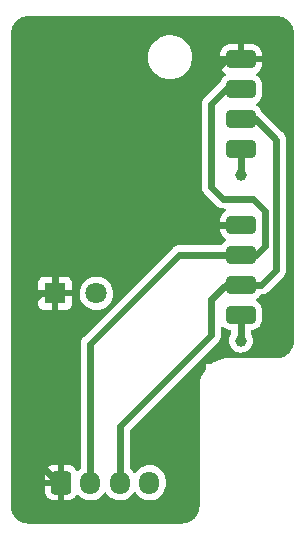
<source format=gbr>
%TF.GenerationSoftware,KiCad,Pcbnew,(6.0.4)*%
%TF.CreationDate,2022-04-07T16:53:33-04:00*%
%TF.ProjectId,larson_vu_pcb,6c617273-6f6e-45f7-9675-5f7063622e6b,rev?*%
%TF.SameCoordinates,Original*%
%TF.FileFunction,Copper,L1,Top*%
%TF.FilePolarity,Positive*%
%FSLAX46Y46*%
G04 Gerber Fmt 4.6, Leading zero omitted, Abs format (unit mm)*
G04 Created by KiCad (PCBNEW (6.0.4)) date 2022-04-07 16:53:33*
%MOMM*%
%LPD*%
G01*
G04 APERTURE LIST*
G04 Aperture macros list*
%AMRoundRect*
0 Rectangle with rounded corners*
0 $1 Rounding radius*
0 $2 $3 $4 $5 $6 $7 $8 $9 X,Y pos of 4 corners*
0 Add a 4 corners polygon primitive as box body*
4,1,4,$2,$3,$4,$5,$6,$7,$8,$9,$2,$3,0*
0 Add four circle primitives for the rounded corners*
1,1,$1+$1,$2,$3*
1,1,$1+$1,$4,$5*
1,1,$1+$1,$6,$7*
1,1,$1+$1,$8,$9*
0 Add four rect primitives between the rounded corners*
20,1,$1+$1,$2,$3,$4,$5,0*
20,1,$1+$1,$4,$5,$6,$7,0*
20,1,$1+$1,$6,$7,$8,$9,0*
20,1,$1+$1,$8,$9,$2,$3,0*%
G04 Aperture macros list end*
%TA.AperFunction,ComponentPad*%
%ADD10R,1.800000X1.800000*%
%TD*%
%TA.AperFunction,ComponentPad*%
%ADD11C,1.800000*%
%TD*%
%TA.AperFunction,ConnectorPad*%
%ADD12RoundRect,0.381000X-0.889000X-0.381000X0.889000X-0.381000X0.889000X0.381000X-0.889000X0.381000X0*%
%TD*%
%TA.AperFunction,ComponentPad*%
%ADD13RoundRect,0.250000X-0.600000X-0.725000X0.600000X-0.725000X0.600000X0.725000X-0.600000X0.725000X0*%
%TD*%
%TA.AperFunction,ComponentPad*%
%ADD14O,1.700000X1.950000*%
%TD*%
%TA.AperFunction,ViaPad*%
%ADD15C,1.000000*%
%TD*%
%TA.AperFunction,Conductor*%
%ADD16C,0.600000*%
%TD*%
G04 APERTURE END LIST*
D10*
%TO.P,C1,1*%
%TO.N,5V*%
X64250000Y-79000000D03*
D11*
%TO.P,C1,2*%
%TO.N,GND*%
X67750000Y-79000000D03*
%TD*%
D12*
%TO.P,J3,1,Pin_1*%
%TO.N,5V*%
X80000000Y-59190000D03*
%TO.P,J3,2,Pin_2*%
%TO.N,CLK*%
X80000000Y-61730000D03*
%TO.P,J3,3,Pin_3*%
%TO.N,DATA*%
X80000000Y-64270000D03*
%TO.P,J3,4,Pin_4*%
%TO.N,GND*%
X80000000Y-66810000D03*
%TD*%
%TO.P,J2,1,Pin_1*%
%TO.N,5V*%
X80000000Y-73190000D03*
%TO.P,J2,2,Pin_2*%
%TO.N,CLK*%
X80000000Y-75730000D03*
%TO.P,J2,3,Pin_3*%
%TO.N,DATA*%
X80000000Y-78270000D03*
%TO.P,J2,4,Pin_4*%
%TO.N,GND*%
X80000000Y-80810000D03*
%TD*%
D13*
%TO.P,J1,1,Pin_1*%
%TO.N,5V*%
X64750000Y-95025000D03*
D14*
%TO.P,J1,2,Pin_2*%
%TO.N,CLK*%
X67250000Y-95025000D03*
%TO.P,J1,3,Pin_3*%
%TO.N,DATA*%
X69750000Y-95025000D03*
%TO.P,J1,4,Pin_4*%
%TO.N,GND*%
X72250000Y-95025000D03*
%TD*%
D15*
%TO.N,GND*%
X80000000Y-69000000D03*
X80000000Y-83000000D03*
%TD*%
D16*
%TO.N,5V*%
X78810000Y-59190000D02*
X80000000Y-59190000D01*
X64250000Y-73750000D02*
X78810000Y-59190000D01*
X64250000Y-75750000D02*
X64250000Y-73750000D01*
%TO.N,DATA*%
X83000000Y-66000000D02*
X81270000Y-64270000D01*
X83000000Y-77000000D02*
X83000000Y-66000000D01*
X81730000Y-78270000D02*
X83000000Y-77000000D01*
X80000000Y-78270000D02*
X81730000Y-78270000D01*
X81270000Y-64270000D02*
X80000000Y-64270000D01*
%TO.N,CLK*%
X78770000Y-61730000D02*
X80000000Y-61730000D01*
X77500000Y-63000000D02*
X78770000Y-61730000D01*
X77500000Y-70000000D02*
X77500000Y-63000000D01*
X81000000Y-71000000D02*
X78500000Y-71000000D01*
X82000000Y-72000000D02*
X81000000Y-71000000D01*
X78500000Y-71000000D02*
X77500000Y-70000000D01*
X82000000Y-75000000D02*
X82000000Y-72000000D01*
X81270000Y-75730000D02*
X82000000Y-75000000D01*
X80000000Y-75730000D02*
X81270000Y-75730000D01*
X74770000Y-75730000D02*
X80000000Y-75730000D01*
X67250000Y-83250000D02*
X74770000Y-75730000D01*
X67250000Y-95025000D02*
X67250000Y-83250000D01*
%TO.N,DATA*%
X78730000Y-78270000D02*
X80000000Y-78270000D01*
X77500000Y-82500000D02*
X77500000Y-79500000D01*
X77500000Y-79500000D02*
X78730000Y-78270000D01*
X69750000Y-95025000D02*
X69750000Y-90250000D01*
X69750000Y-90250000D02*
X77500000Y-82500000D01*
%TO.N,5V*%
X66810000Y-73190000D02*
X80000000Y-73190000D01*
X64250000Y-75750000D02*
X66810000Y-73190000D01*
X64250000Y-79000000D02*
X64250000Y-75750000D01*
X64525000Y-95025000D02*
X64750000Y-95025000D01*
X61500000Y-80500000D02*
X61500000Y-92000000D01*
X61500000Y-92000000D02*
X64525000Y-95025000D01*
X63000000Y-79000000D02*
X61500000Y-80500000D01*
X64250000Y-79000000D02*
X63000000Y-79000000D01*
%TO.N,GND*%
X80000000Y-66810000D02*
X80000000Y-69000000D01*
X80000000Y-80810000D02*
X80000000Y-83000000D01*
%TD*%
%TA.AperFunction,Conductor*%
%TO.N,5V*%
G36*
X82970018Y-55510000D02*
G01*
X82984851Y-55512310D01*
X82984855Y-55512310D01*
X82993724Y-55513691D01*
X83008981Y-55511696D01*
X83034302Y-55510953D01*
X83203285Y-55523039D01*
X83221064Y-55525596D01*
X83411392Y-55566999D01*
X83428641Y-55572063D01*
X83611150Y-55640136D01*
X83627502Y-55647604D01*
X83798458Y-55740952D01*
X83813582Y-55750672D01*
X83969514Y-55867402D01*
X83983100Y-55879175D01*
X84120825Y-56016900D01*
X84132598Y-56030486D01*
X84249328Y-56186418D01*
X84259048Y-56201542D01*
X84352396Y-56372498D01*
X84359864Y-56388850D01*
X84427937Y-56571359D01*
X84433001Y-56588607D01*
X84474404Y-56778936D01*
X84476962Y-56796721D01*
X84488540Y-56958601D01*
X84487793Y-56976565D01*
X84487692Y-56984845D01*
X84486309Y-56993724D01*
X84487474Y-57002630D01*
X84490436Y-57025283D01*
X84491500Y-57041621D01*
X84491500Y-82950633D01*
X84490000Y-82970018D01*
X84487690Y-82984851D01*
X84487690Y-82984855D01*
X84486309Y-82993724D01*
X84488217Y-83008313D01*
X84488304Y-83008976D01*
X84489047Y-83034302D01*
X84477285Y-83198769D01*
X84476962Y-83203279D01*
X84474404Y-83221064D01*
X84448378Y-83340707D01*
X84433001Y-83411392D01*
X84427937Y-83428641D01*
X84359864Y-83611150D01*
X84352396Y-83627502D01*
X84259048Y-83798458D01*
X84249328Y-83813582D01*
X84132598Y-83969514D01*
X84120825Y-83983100D01*
X83983100Y-84120825D01*
X83969514Y-84132598D01*
X83813582Y-84249328D01*
X83798458Y-84259048D01*
X83627502Y-84352396D01*
X83611150Y-84359864D01*
X83428641Y-84427937D01*
X83411393Y-84433001D01*
X83221064Y-84474404D01*
X83203285Y-84476961D01*
X83041395Y-84488540D01*
X83023435Y-84487793D01*
X83015155Y-84487692D01*
X83006276Y-84486309D01*
X82974714Y-84490436D01*
X82958379Y-84491500D01*
X79053250Y-84491500D01*
X79032345Y-84489754D01*
X79017344Y-84487230D01*
X79017341Y-84487230D01*
X79012552Y-84486424D01*
X79006276Y-84486347D01*
X79004859Y-84486330D01*
X79004856Y-84486330D01*
X79000000Y-84486271D01*
X78995190Y-84486960D01*
X78992763Y-84487118D01*
X78987067Y-84487697D01*
X78700878Y-84505008D01*
X78700873Y-84505009D01*
X78697081Y-84505238D01*
X78398579Y-84559941D01*
X78108848Y-84650225D01*
X78105378Y-84651787D01*
X78105372Y-84651789D01*
X77970479Y-84712500D01*
X77832111Y-84774774D01*
X77828854Y-84776743D01*
X77828850Y-84776745D01*
X77749906Y-84824469D01*
X77572405Y-84931772D01*
X77569403Y-84934124D01*
X77569400Y-84934126D01*
X77519545Y-84973185D01*
X77453586Y-84999451D01*
X77441839Y-85000000D01*
X77000000Y-85000000D01*
X77000000Y-85441839D01*
X76979998Y-85509960D01*
X76973185Y-85519545D01*
X76931772Y-85572405D01*
X76774774Y-85832111D01*
X76650225Y-86108848D01*
X76559941Y-86398579D01*
X76505238Y-86697081D01*
X76505009Y-86700871D01*
X76505008Y-86700877D01*
X76488279Y-86977454D01*
X76487718Y-86982655D01*
X76487711Y-86983272D01*
X76487875Y-86983669D01*
X76486309Y-86993724D01*
X76486983Y-86998878D01*
X76486915Y-87000000D01*
X76487130Y-87000000D01*
X76488122Y-87007587D01*
X76490436Y-87025283D01*
X76491500Y-87041620D01*
X76491500Y-96950633D01*
X76490000Y-96970018D01*
X76487690Y-96984851D01*
X76487690Y-96984855D01*
X76486309Y-96993724D01*
X76488136Y-97007693D01*
X76488304Y-97008976D01*
X76489047Y-97034305D01*
X76476962Y-97203279D01*
X76474404Y-97221064D01*
X76456598Y-97302919D01*
X76433001Y-97411392D01*
X76427937Y-97428641D01*
X76359864Y-97611150D01*
X76352396Y-97627502D01*
X76259048Y-97798458D01*
X76249328Y-97813582D01*
X76132598Y-97969514D01*
X76120825Y-97983100D01*
X75983100Y-98120825D01*
X75969514Y-98132598D01*
X75813582Y-98249328D01*
X75798458Y-98259048D01*
X75627502Y-98352396D01*
X75611150Y-98359864D01*
X75428641Y-98427937D01*
X75411393Y-98433001D01*
X75221064Y-98474404D01*
X75203285Y-98476961D01*
X75041395Y-98488540D01*
X75023435Y-98487793D01*
X75015155Y-98487692D01*
X75006276Y-98486309D01*
X74974714Y-98490436D01*
X74958379Y-98491500D01*
X62049367Y-98491500D01*
X62029982Y-98490000D01*
X62015149Y-98487690D01*
X62015145Y-98487690D01*
X62006276Y-98486309D01*
X61991019Y-98488304D01*
X61965698Y-98489047D01*
X61796715Y-98476961D01*
X61778936Y-98474404D01*
X61588607Y-98433001D01*
X61571359Y-98427937D01*
X61388850Y-98359864D01*
X61372498Y-98352396D01*
X61201542Y-98259048D01*
X61186418Y-98249328D01*
X61030486Y-98132598D01*
X61016900Y-98120825D01*
X60879175Y-97983100D01*
X60867402Y-97969514D01*
X60750672Y-97813582D01*
X60740952Y-97798458D01*
X60647604Y-97627502D01*
X60640136Y-97611150D01*
X60572063Y-97428641D01*
X60566999Y-97411392D01*
X60543402Y-97302919D01*
X60525596Y-97221064D01*
X60523038Y-97203278D01*
X60511719Y-97045012D01*
X60512805Y-97022245D01*
X60512334Y-97022203D01*
X60512770Y-97017345D01*
X60513576Y-97012552D01*
X60513729Y-97000000D01*
X60509773Y-96972376D01*
X60508500Y-96954514D01*
X60508500Y-95797095D01*
X63392001Y-95797095D01*
X63392338Y-95803614D01*
X63402257Y-95899206D01*
X63405149Y-95912600D01*
X63456588Y-96066784D01*
X63462761Y-96079962D01*
X63548063Y-96217807D01*
X63557099Y-96229208D01*
X63671829Y-96343739D01*
X63683240Y-96352751D01*
X63821243Y-96437816D01*
X63834424Y-96443963D01*
X63988710Y-96495138D01*
X64002086Y-96498005D01*
X64096438Y-96507672D01*
X64102854Y-96508000D01*
X64477885Y-96508000D01*
X64493124Y-96503525D01*
X64494329Y-96502135D01*
X64496000Y-96494452D01*
X64496000Y-96489884D01*
X65004000Y-96489884D01*
X65008475Y-96505123D01*
X65009865Y-96506328D01*
X65017548Y-96507999D01*
X65397095Y-96507999D01*
X65403614Y-96507662D01*
X65499206Y-96497743D01*
X65512600Y-96494851D01*
X65666784Y-96443412D01*
X65679962Y-96437239D01*
X65817807Y-96351937D01*
X65829208Y-96342901D01*
X65943739Y-96228171D01*
X65952753Y-96216757D01*
X66038723Y-96077287D01*
X66091495Y-96029793D01*
X66161566Y-96018369D01*
X66226690Y-96046643D01*
X66237149Y-96056426D01*
X66346576Y-96171135D01*
X66531542Y-96308754D01*
X66536293Y-96311170D01*
X66536297Y-96311172D01*
X66598704Y-96342901D01*
X66737051Y-96413240D01*
X66742145Y-96414822D01*
X66742148Y-96414823D01*
X66942020Y-96476885D01*
X66957227Y-96481607D01*
X66962516Y-96482308D01*
X67180489Y-96511198D01*
X67180494Y-96511198D01*
X67185774Y-96511898D01*
X67191103Y-96511698D01*
X67191105Y-96511698D01*
X67300966Y-96507574D01*
X67416158Y-96503249D01*
X67421468Y-96502135D01*
X67636572Y-96457002D01*
X67641791Y-96455907D01*
X67646750Y-96453949D01*
X67646752Y-96453948D01*
X67851256Y-96373185D01*
X67851258Y-96373184D01*
X67856221Y-96371224D01*
X67955184Y-96311172D01*
X68048757Y-96254390D01*
X68048756Y-96254390D01*
X68053317Y-96251623D01*
X68093497Y-96216757D01*
X68223412Y-96104023D01*
X68223414Y-96104021D01*
X68227445Y-96100523D01*
X68294807Y-96018369D01*
X68370240Y-95926373D01*
X68370244Y-95926367D01*
X68373624Y-95922245D01*
X68391552Y-95890750D01*
X68442632Y-95841445D01*
X68512262Y-95827583D01*
X68578333Y-95853566D01*
X68605573Y-95882716D01*
X68687441Y-96004319D01*
X68691120Y-96008176D01*
X68691122Y-96008178D01*
X68747030Y-96066784D01*
X68846576Y-96171135D01*
X69031542Y-96308754D01*
X69036293Y-96311170D01*
X69036297Y-96311172D01*
X69098704Y-96342901D01*
X69237051Y-96413240D01*
X69242145Y-96414822D01*
X69242148Y-96414823D01*
X69442020Y-96476885D01*
X69457227Y-96481607D01*
X69462516Y-96482308D01*
X69680489Y-96511198D01*
X69680494Y-96511198D01*
X69685774Y-96511898D01*
X69691103Y-96511698D01*
X69691105Y-96511698D01*
X69800966Y-96507574D01*
X69916158Y-96503249D01*
X69921468Y-96502135D01*
X70136572Y-96457002D01*
X70141791Y-96455907D01*
X70146750Y-96453949D01*
X70146752Y-96453948D01*
X70351256Y-96373185D01*
X70351258Y-96373184D01*
X70356221Y-96371224D01*
X70455184Y-96311172D01*
X70548757Y-96254390D01*
X70548756Y-96254390D01*
X70553317Y-96251623D01*
X70593497Y-96216757D01*
X70723412Y-96104023D01*
X70723414Y-96104021D01*
X70727445Y-96100523D01*
X70794807Y-96018369D01*
X70870240Y-95926373D01*
X70870244Y-95926367D01*
X70873624Y-95922245D01*
X70891552Y-95890750D01*
X70942632Y-95841445D01*
X71012262Y-95827583D01*
X71078333Y-95853566D01*
X71105573Y-95882716D01*
X71187441Y-96004319D01*
X71191120Y-96008176D01*
X71191122Y-96008178D01*
X71247030Y-96066784D01*
X71346576Y-96171135D01*
X71531542Y-96308754D01*
X71536293Y-96311170D01*
X71536297Y-96311172D01*
X71598704Y-96342901D01*
X71737051Y-96413240D01*
X71742145Y-96414822D01*
X71742148Y-96414823D01*
X71942020Y-96476885D01*
X71957227Y-96481607D01*
X71962516Y-96482308D01*
X72180489Y-96511198D01*
X72180494Y-96511198D01*
X72185774Y-96511898D01*
X72191103Y-96511698D01*
X72191105Y-96511698D01*
X72300966Y-96507574D01*
X72416158Y-96503249D01*
X72421468Y-96502135D01*
X72636572Y-96457002D01*
X72641791Y-96455907D01*
X72646750Y-96453949D01*
X72646752Y-96453948D01*
X72851256Y-96373185D01*
X72851258Y-96373184D01*
X72856221Y-96371224D01*
X72955184Y-96311172D01*
X73048757Y-96254390D01*
X73048756Y-96254390D01*
X73053317Y-96251623D01*
X73093497Y-96216757D01*
X73223412Y-96104023D01*
X73223414Y-96104021D01*
X73227445Y-96100523D01*
X73294807Y-96018369D01*
X73370240Y-95926373D01*
X73370244Y-95926367D01*
X73373624Y-95922245D01*
X73379115Y-95912600D01*
X73485032Y-95726529D01*
X73487675Y-95721886D01*
X73566337Y-95505175D01*
X73589023Y-95379720D01*
X73606623Y-95282392D01*
X73606624Y-95282385D01*
X73607361Y-95278308D01*
X73608500Y-95254156D01*
X73608500Y-94842110D01*
X73593920Y-94670280D01*
X73592582Y-94665125D01*
X73592581Y-94665119D01*
X73537343Y-94452297D01*
X73537342Y-94452293D01*
X73536001Y-94447128D01*
X73441312Y-94236925D01*
X73312559Y-94045681D01*
X73153424Y-93878865D01*
X72968458Y-93741246D01*
X72963707Y-93738830D01*
X72963703Y-93738828D01*
X72841731Y-93676815D01*
X72762949Y-93636760D01*
X72757855Y-93635178D01*
X72757852Y-93635177D01*
X72547871Y-93569976D01*
X72542773Y-93568393D01*
X72537484Y-93567692D01*
X72319511Y-93538802D01*
X72319506Y-93538802D01*
X72314226Y-93538102D01*
X72308897Y-93538302D01*
X72308895Y-93538302D01*
X72210368Y-93542001D01*
X72083842Y-93546751D01*
X72078623Y-93547846D01*
X72058849Y-93551995D01*
X71858209Y-93594093D01*
X71853250Y-93596051D01*
X71853248Y-93596052D01*
X71648744Y-93676815D01*
X71648742Y-93676816D01*
X71643779Y-93678776D01*
X71639220Y-93681543D01*
X71639217Y-93681544D01*
X71540832Y-93741246D01*
X71446683Y-93798377D01*
X71442653Y-93801874D01*
X71349484Y-93882722D01*
X71272555Y-93949477D01*
X71269168Y-93953608D01*
X71129760Y-94123627D01*
X71129756Y-94123633D01*
X71126376Y-94127755D01*
X71108448Y-94159250D01*
X71057368Y-94208555D01*
X70987738Y-94222417D01*
X70921667Y-94196434D01*
X70894427Y-94167284D01*
X70815539Y-94050108D01*
X70812559Y-94045681D01*
X70653424Y-93878865D01*
X70609287Y-93846026D01*
X70566574Y-93789316D01*
X70558500Y-93744937D01*
X70558500Y-90637082D01*
X70578502Y-90568961D01*
X70595405Y-90547987D01*
X78065158Y-83078234D01*
X78066095Y-83077306D01*
X78125475Y-83019157D01*
X78125476Y-83019156D01*
X78130507Y-83014229D01*
X78153998Y-82977779D01*
X78161417Y-82967454D01*
X78188476Y-82933557D01*
X78203073Y-82903362D01*
X78210602Y-82889945D01*
X78211702Y-82888238D01*
X78228765Y-82861762D01*
X78231173Y-82855145D01*
X78231176Y-82855140D01*
X78243592Y-82821027D01*
X78248553Y-82809284D01*
X78264354Y-82776597D01*
X78264356Y-82776592D01*
X78267421Y-82770251D01*
X78274965Y-82737572D01*
X78279332Y-82722831D01*
X78290803Y-82691315D01*
X78291686Y-82684325D01*
X78291688Y-82684317D01*
X78296238Y-82648299D01*
X78298474Y-82635747D01*
X78306638Y-82600386D01*
X78306638Y-82600383D01*
X78308224Y-82593515D01*
X78308354Y-82556514D01*
X78308366Y-82552944D01*
X78308395Y-82552062D01*
X78308500Y-82551231D01*
X78308500Y-82514428D01*
X78308785Y-82432875D01*
X78308845Y-82415657D01*
X78308845Y-82415652D01*
X78308857Y-82412130D01*
X78308589Y-82410930D01*
X78308500Y-82409293D01*
X78308500Y-81949886D01*
X78328502Y-81881765D01*
X78382158Y-81835272D01*
X78452432Y-81825168D01*
X78513794Y-81851966D01*
X78618740Y-81936949D01*
X78623875Y-81941107D01*
X78790476Y-82025994D01*
X78796849Y-82027702D01*
X78796850Y-82027702D01*
X78965508Y-82072894D01*
X78965512Y-82072895D01*
X78971085Y-82074388D01*
X78976841Y-82074841D01*
X79046286Y-82080307D01*
X79046294Y-82080307D01*
X79048742Y-82080500D01*
X79065500Y-82080500D01*
X79133621Y-82100502D01*
X79180114Y-82154158D01*
X79191500Y-82206500D01*
X79191500Y-82349147D01*
X79169464Y-82420334D01*
X79167809Y-82422751D01*
X79163846Y-82427474D01*
X79068567Y-82600787D01*
X79066706Y-82606654D01*
X79066705Y-82606656D01*
X79012487Y-82777572D01*
X79008765Y-82789306D01*
X78986719Y-82985851D01*
X79003268Y-83182934D01*
X79015191Y-83224513D01*
X79048509Y-83340707D01*
X79057783Y-83373050D01*
X79148187Y-83548956D01*
X79271035Y-83703953D01*
X79421650Y-83832136D01*
X79594294Y-83928624D01*
X79782392Y-83989740D01*
X79978777Y-84013158D01*
X79984912Y-84012686D01*
X79984914Y-84012686D01*
X80169830Y-83998457D01*
X80169834Y-83998456D01*
X80175972Y-83997984D01*
X80366463Y-83944798D01*
X80371967Y-83942018D01*
X80371969Y-83942017D01*
X80537495Y-83858404D01*
X80537497Y-83858403D01*
X80542996Y-83855625D01*
X80698847Y-83733861D01*
X80828078Y-83584145D01*
X80925769Y-83412179D01*
X80988197Y-83224513D01*
X81012985Y-83028295D01*
X81013380Y-83000000D01*
X80994080Y-82803167D01*
X80988839Y-82785806D01*
X80969594Y-82722067D01*
X80936916Y-82613831D01*
X80844066Y-82439204D01*
X80836857Y-82430365D01*
X80809303Y-82364934D01*
X80808500Y-82350729D01*
X80808500Y-82206500D01*
X80828502Y-82138379D01*
X80882158Y-82091886D01*
X80934500Y-82080500D01*
X80951258Y-82080500D01*
X80953706Y-82080307D01*
X80953714Y-82080307D01*
X81023159Y-82074841D01*
X81028915Y-82074388D01*
X81034488Y-82072895D01*
X81034492Y-82072894D01*
X81203150Y-82027702D01*
X81203151Y-82027702D01*
X81209524Y-82025994D01*
X81376125Y-81941107D01*
X81521436Y-81823436D01*
X81584111Y-81746039D01*
X81634953Y-81683255D01*
X81634954Y-81683254D01*
X81639107Y-81678125D01*
X81723994Y-81511524D01*
X81728145Y-81496033D01*
X81770894Y-81336492D01*
X81770895Y-81336488D01*
X81772388Y-81330915D01*
X81778500Y-81253258D01*
X81778500Y-80366742D01*
X81777605Y-80355364D01*
X81772841Y-80294841D01*
X81772388Y-80289085D01*
X81768997Y-80276427D01*
X81725702Y-80114850D01*
X81725702Y-80114849D01*
X81723994Y-80108476D01*
X81639107Y-79941875D01*
X81552334Y-79834719D01*
X81525587Y-79801690D01*
X81521436Y-79796564D01*
X81440175Y-79730760D01*
X81381255Y-79683047D01*
X81381254Y-79683046D01*
X81376125Y-79678893D01*
X81370248Y-79675898D01*
X81370241Y-79675894D01*
X81323869Y-79652267D01*
X81272253Y-79603519D01*
X81255187Y-79534604D01*
X81278087Y-79467403D01*
X81323869Y-79427733D01*
X81370241Y-79404106D01*
X81370248Y-79404102D01*
X81376125Y-79401107D01*
X81429326Y-79358026D01*
X81516310Y-79287587D01*
X81521436Y-79283436D01*
X81639107Y-79138125D01*
X81640546Y-79135302D01*
X81693454Y-79089895D01*
X81746570Y-79078763D01*
X81812221Y-79079451D01*
X81854597Y-79070289D01*
X81867163Y-79068231D01*
X81910255Y-79063397D01*
X81916906Y-79061081D01*
X81916910Y-79061080D01*
X81941930Y-79052367D01*
X81956742Y-79048204D01*
X81982619Y-79042609D01*
X81989510Y-79041119D01*
X82028813Y-79022792D01*
X82040589Y-79018010D01*
X82081552Y-79003745D01*
X82087527Y-79000011D01*
X82087530Y-79000010D01*
X82109995Y-78985973D01*
X82123512Y-78978634D01*
X82147514Y-78967441D01*
X82147515Y-78967440D01*
X82153902Y-78964462D01*
X82188153Y-78937894D01*
X82198612Y-78930598D01*
X82229404Y-78911358D01*
X82229407Y-78911356D01*
X82235376Y-78907626D01*
X82264179Y-78879024D01*
X82264804Y-78878439D01*
X82265470Y-78877922D01*
X82291460Y-78851932D01*
X82364082Y-78779815D01*
X82364740Y-78778778D01*
X82365843Y-78777549D01*
X83565158Y-77578234D01*
X83566095Y-77577306D01*
X83625475Y-77519157D01*
X83625476Y-77519156D01*
X83630507Y-77514229D01*
X83653998Y-77477779D01*
X83661417Y-77467454D01*
X83688476Y-77433557D01*
X83703073Y-77403362D01*
X83710602Y-77389945D01*
X83724948Y-77367684D01*
X83728765Y-77361762D01*
X83731173Y-77355145D01*
X83731176Y-77355140D01*
X83743592Y-77321027D01*
X83748553Y-77309284D01*
X83764354Y-77276597D01*
X83764356Y-77276592D01*
X83767421Y-77270251D01*
X83769398Y-77261690D01*
X83774965Y-77237574D01*
X83779332Y-77222831D01*
X83790803Y-77191315D01*
X83791686Y-77184325D01*
X83791688Y-77184317D01*
X83796238Y-77148299D01*
X83798474Y-77135747D01*
X83806638Y-77100386D01*
X83806638Y-77100383D01*
X83808224Y-77093515D01*
X83808366Y-77052944D01*
X83808395Y-77052062D01*
X83808500Y-77051231D01*
X83808500Y-77014428D01*
X83808857Y-76912130D01*
X83808589Y-76910930D01*
X83808500Y-76909293D01*
X83808500Y-66009164D01*
X83808507Y-66007845D01*
X83809376Y-65924826D01*
X83809450Y-65917779D01*
X83800290Y-65875414D01*
X83798230Y-65862835D01*
X83794182Y-65826741D01*
X83794181Y-65826738D01*
X83793397Y-65819745D01*
X83782366Y-65788068D01*
X83778204Y-65773258D01*
X83772609Y-65747378D01*
X83772608Y-65747374D01*
X83771119Y-65740489D01*
X83768142Y-65734105D01*
X83768140Y-65734099D01*
X83752796Y-65701193D01*
X83748000Y-65689383D01*
X83744347Y-65678893D01*
X83733745Y-65648448D01*
X83730013Y-65642476D01*
X83730010Y-65642469D01*
X83715973Y-65620005D01*
X83708634Y-65606488D01*
X83697439Y-65582481D01*
X83697437Y-65582477D01*
X83694462Y-65576098D01*
X83667892Y-65541844D01*
X83660598Y-65531388D01*
X83637626Y-65494624D01*
X83609017Y-65465815D01*
X83608434Y-65465192D01*
X83607921Y-65464530D01*
X83582073Y-65438682D01*
X83553477Y-65409886D01*
X83512304Y-65368424D01*
X83512300Y-65368420D01*
X83509815Y-65365918D01*
X83508777Y-65365259D01*
X83507544Y-65364153D01*
X81848235Y-63704843D01*
X81847307Y-63703906D01*
X81789157Y-63644525D01*
X81789156Y-63644524D01*
X81784229Y-63639493D01*
X81774048Y-63632932D01*
X81727626Y-63579217D01*
X81725535Y-63574228D01*
X81723994Y-63568476D01*
X81639107Y-63401875D01*
X81521436Y-63256564D01*
X81376125Y-63138893D01*
X81370248Y-63135898D01*
X81370241Y-63135894D01*
X81323869Y-63112267D01*
X81272253Y-63063519D01*
X81255187Y-62994604D01*
X81278087Y-62927403D01*
X81323869Y-62887733D01*
X81370241Y-62864106D01*
X81370248Y-62864102D01*
X81376125Y-62861107D01*
X81387741Y-62851701D01*
X81516310Y-62747587D01*
X81521436Y-62743436D01*
X81532520Y-62729749D01*
X81634953Y-62603255D01*
X81634954Y-62603254D01*
X81639107Y-62598125D01*
X81723994Y-62431524D01*
X81772388Y-62250915D01*
X81778500Y-62173258D01*
X81778500Y-61286742D01*
X81772388Y-61209085D01*
X81723994Y-61028476D01*
X81639107Y-60861875D01*
X81594426Y-60806698D01*
X81525587Y-60721690D01*
X81521436Y-60716564D01*
X81376125Y-60598893D01*
X81323317Y-60571986D01*
X81271702Y-60523238D01*
X81254636Y-60454323D01*
X81277537Y-60387121D01*
X81323318Y-60347452D01*
X81369965Y-60323684D01*
X81380982Y-60316530D01*
X81515955Y-60207232D01*
X81525232Y-60197955D01*
X81634530Y-60062982D01*
X81641682Y-60051968D01*
X81720529Y-59897223D01*
X81725233Y-59884970D01*
X81770398Y-59716413D01*
X81772345Y-59705081D01*
X81777807Y-59635681D01*
X81778000Y-59630755D01*
X81778000Y-59462115D01*
X81773525Y-59446876D01*
X81772135Y-59445671D01*
X81764452Y-59444000D01*
X78240115Y-59444000D01*
X78224876Y-59448475D01*
X78223671Y-59449865D01*
X78222000Y-59457548D01*
X78222000Y-59630755D01*
X78222193Y-59635681D01*
X78227655Y-59705081D01*
X78229602Y-59716413D01*
X78274767Y-59884970D01*
X78279471Y-59897223D01*
X78358318Y-60051968D01*
X78365470Y-60062982D01*
X78474768Y-60197955D01*
X78484045Y-60207232D01*
X78619018Y-60316530D01*
X78630035Y-60323684D01*
X78676682Y-60347452D01*
X78728298Y-60396200D01*
X78745364Y-60465114D01*
X78722464Y-60532316D01*
X78676683Y-60571986D01*
X78623875Y-60598893D01*
X78478564Y-60716564D01*
X78474413Y-60721690D01*
X78405575Y-60806698D01*
X78360893Y-60861875D01*
X78276006Y-61028476D01*
X78274298Y-61034849D01*
X78274298Y-61034850D01*
X78265664Y-61067073D01*
X78233052Y-61123557D01*
X78208681Y-61147928D01*
X78147096Y-61209085D01*
X78135918Y-61220185D01*
X78135259Y-61221223D01*
X78134153Y-61222456D01*
X76934843Y-62421765D01*
X76933906Y-62422693D01*
X76869493Y-62485771D01*
X76846002Y-62522221D01*
X76838583Y-62532546D01*
X76811524Y-62566443D01*
X76808459Y-62572784D01*
X76808458Y-62572785D01*
X76796928Y-62596637D01*
X76789399Y-62610054D01*
X76771235Y-62638238D01*
X76768827Y-62644855D01*
X76768824Y-62644860D01*
X76756408Y-62678973D01*
X76751447Y-62690716D01*
X76735646Y-62723403D01*
X76735644Y-62723408D01*
X76732579Y-62729749D01*
X76730996Y-62736607D01*
X76730995Y-62736609D01*
X76725035Y-62762426D01*
X76720668Y-62777169D01*
X76709197Y-62808685D01*
X76708314Y-62815675D01*
X76708312Y-62815683D01*
X76703762Y-62851701D01*
X76701526Y-62864253D01*
X76691776Y-62906485D01*
X76691751Y-62913531D01*
X76691751Y-62913534D01*
X76691634Y-62947056D01*
X76691605Y-62947938D01*
X76691500Y-62948769D01*
X76691500Y-62985572D01*
X76691143Y-63087870D01*
X76691411Y-63089070D01*
X76691500Y-63090707D01*
X76691500Y-69990786D01*
X76691493Y-69992106D01*
X76690549Y-70082221D01*
X76699711Y-70124597D01*
X76701769Y-70137163D01*
X76706603Y-70180255D01*
X76708919Y-70186906D01*
X76708920Y-70186910D01*
X76717633Y-70211930D01*
X76721796Y-70226742D01*
X76728881Y-70259510D01*
X76747208Y-70298813D01*
X76751990Y-70310589D01*
X76766255Y-70351552D01*
X76769989Y-70357527D01*
X76769990Y-70357530D01*
X76784027Y-70379995D01*
X76791366Y-70393512D01*
X76802559Y-70417514D01*
X76805538Y-70423902D01*
X76809855Y-70429467D01*
X76809856Y-70429469D01*
X76832106Y-70458153D01*
X76839402Y-70468612D01*
X76862374Y-70505376D01*
X76867334Y-70510371D01*
X76867335Y-70510372D01*
X76890976Y-70534179D01*
X76891561Y-70534804D01*
X76892078Y-70535470D01*
X76918065Y-70561457D01*
X76990185Y-70634082D01*
X76991222Y-70634740D01*
X76992446Y-70635838D01*
X77921720Y-71565111D01*
X77922649Y-71566049D01*
X77985771Y-71630507D01*
X77991690Y-71634322D01*
X77991698Y-71634328D01*
X78022214Y-71653994D01*
X78032559Y-71661427D01*
X78066443Y-71688476D01*
X78072782Y-71691540D01*
X78072783Y-71691541D01*
X78096637Y-71703072D01*
X78110054Y-71710601D01*
X78138238Y-71728765D01*
X78144855Y-71731173D01*
X78144860Y-71731176D01*
X78178973Y-71743592D01*
X78190716Y-71748553D01*
X78223400Y-71764353D01*
X78223409Y-71764356D01*
X78229749Y-71767421D01*
X78236614Y-71769006D01*
X78262428Y-71774966D01*
X78277168Y-71779332D01*
X78308685Y-71790803D01*
X78315670Y-71791685D01*
X78315677Y-71791687D01*
X78351692Y-71796237D01*
X78364243Y-71798472D01*
X78406485Y-71808225D01*
X78413529Y-71808250D01*
X78413533Y-71808250D01*
X78447074Y-71808367D01*
X78447943Y-71808396D01*
X78448769Y-71808500D01*
X78485133Y-71808500D01*
X78485573Y-71808501D01*
X78584336Y-71808846D01*
X78584342Y-71808846D01*
X78587870Y-71808858D01*
X78589073Y-71808589D01*
X78590717Y-71808500D01*
X78591573Y-71808500D01*
X78659694Y-71828502D01*
X78706187Y-71882158D01*
X78716291Y-71952432D01*
X78686797Y-72017012D01*
X78648776Y-72046767D01*
X78630031Y-72056318D01*
X78619018Y-72063470D01*
X78484045Y-72172768D01*
X78474768Y-72182045D01*
X78365470Y-72317018D01*
X78358318Y-72328032D01*
X78279471Y-72482777D01*
X78274767Y-72495030D01*
X78229602Y-72663587D01*
X78227655Y-72674919D01*
X78222193Y-72744319D01*
X78222000Y-72749246D01*
X78222000Y-72917885D01*
X78226475Y-72933124D01*
X78227865Y-72934329D01*
X78235548Y-72936000D01*
X80128000Y-72936000D01*
X80196121Y-72956002D01*
X80242614Y-73009658D01*
X80254000Y-73062000D01*
X80254000Y-73318000D01*
X80233998Y-73386121D01*
X80180342Y-73432614D01*
X80128000Y-73444000D01*
X78240115Y-73444000D01*
X78224876Y-73448475D01*
X78223671Y-73449865D01*
X78222000Y-73457548D01*
X78222000Y-73630755D01*
X78222193Y-73635681D01*
X78227655Y-73705081D01*
X78229602Y-73716413D01*
X78274767Y-73884970D01*
X78279471Y-73897223D01*
X78358318Y-74051968D01*
X78365470Y-74062982D01*
X78474768Y-74197955D01*
X78484045Y-74207232D01*
X78619018Y-74316530D01*
X78630035Y-74323684D01*
X78676682Y-74347452D01*
X78728298Y-74396200D01*
X78745364Y-74465114D01*
X78722464Y-74532316D01*
X78676683Y-74571986D01*
X78623875Y-74598893D01*
X78478564Y-74716564D01*
X78360893Y-74861875D01*
X78359352Y-74864900D01*
X78306381Y-74910361D01*
X78254583Y-74921500D01*
X74779214Y-74921500D01*
X74777894Y-74921493D01*
X74776819Y-74921482D01*
X74687779Y-74920549D01*
X74645403Y-74929711D01*
X74632837Y-74931769D01*
X74589745Y-74936603D01*
X74583094Y-74938919D01*
X74583090Y-74938920D01*
X74558070Y-74947633D01*
X74543257Y-74951796D01*
X74510490Y-74958881D01*
X74471187Y-74977208D01*
X74459411Y-74981990D01*
X74418448Y-74996255D01*
X74412473Y-74999989D01*
X74412470Y-74999990D01*
X74390005Y-75014027D01*
X74376488Y-75021366D01*
X74352486Y-75032559D01*
X74346098Y-75035538D01*
X74340533Y-75039855D01*
X74340531Y-75039856D01*
X74311847Y-75062106D01*
X74301388Y-75069402D01*
X74270596Y-75088642D01*
X74270593Y-75088644D01*
X74264624Y-75092374D01*
X74259629Y-75097334D01*
X74259628Y-75097335D01*
X74235821Y-75120976D01*
X74235196Y-75121561D01*
X74234530Y-75122078D01*
X74208540Y-75148068D01*
X74135918Y-75220185D01*
X74135260Y-75221222D01*
X74134157Y-75222451D01*
X66684842Y-82671766D01*
X66683905Y-82672694D01*
X66625317Y-82730068D01*
X66619493Y-82735771D01*
X66596002Y-82772221D01*
X66588583Y-82782546D01*
X66561524Y-82816443D01*
X66558459Y-82822784D01*
X66558458Y-82822785D01*
X66546928Y-82846637D01*
X66539399Y-82860054D01*
X66521235Y-82888238D01*
X66518827Y-82894855D01*
X66518824Y-82894860D01*
X66506408Y-82928973D01*
X66501447Y-82940716D01*
X66485646Y-82973403D01*
X66485644Y-82973408D01*
X66482579Y-82979749D01*
X66480996Y-82986607D01*
X66480995Y-82986609D01*
X66478713Y-82996495D01*
X66475985Y-83008313D01*
X66475035Y-83012426D01*
X66470668Y-83027169D01*
X66459197Y-83058685D01*
X66458314Y-83065675D01*
X66458312Y-83065683D01*
X66453762Y-83101701D01*
X66451526Y-83114253D01*
X66441776Y-83156485D01*
X66441751Y-83163531D01*
X66441751Y-83163534D01*
X66441634Y-83197056D01*
X66441605Y-83197938D01*
X66441500Y-83198769D01*
X66441500Y-83235572D01*
X66441143Y-83337870D01*
X66441411Y-83339070D01*
X66441500Y-83340707D01*
X66441500Y-93745387D01*
X66421498Y-93813508D01*
X66398081Y-93840552D01*
X66272555Y-93949477D01*
X66269168Y-93953608D01*
X66242994Y-93985529D01*
X66184334Y-94025524D01*
X66113364Y-94027455D01*
X66052616Y-93990710D01*
X66038416Y-93971941D01*
X65951937Y-93832193D01*
X65942901Y-93820792D01*
X65828171Y-93706261D01*
X65816760Y-93697249D01*
X65678757Y-93612184D01*
X65665576Y-93606037D01*
X65511290Y-93554862D01*
X65497914Y-93551995D01*
X65403562Y-93542328D01*
X65397145Y-93542000D01*
X65022115Y-93542000D01*
X65006876Y-93546475D01*
X65005671Y-93547865D01*
X65004000Y-93555548D01*
X65004000Y-96489884D01*
X64496000Y-96489884D01*
X64496000Y-95297115D01*
X64491525Y-95281876D01*
X64490135Y-95280671D01*
X64482452Y-95279000D01*
X63410116Y-95279000D01*
X63394877Y-95283475D01*
X63393672Y-95284865D01*
X63392001Y-95292548D01*
X63392001Y-95797095D01*
X60508500Y-95797095D01*
X60508500Y-94752885D01*
X63392000Y-94752885D01*
X63396475Y-94768124D01*
X63397865Y-94769329D01*
X63405548Y-94771000D01*
X64477885Y-94771000D01*
X64493124Y-94766525D01*
X64494329Y-94765135D01*
X64496000Y-94757452D01*
X64496000Y-93560116D01*
X64491525Y-93544877D01*
X64490135Y-93543672D01*
X64482452Y-93542001D01*
X64102905Y-93542001D01*
X64096386Y-93542338D01*
X64000794Y-93552257D01*
X63987400Y-93555149D01*
X63833216Y-93606588D01*
X63820038Y-93612761D01*
X63682193Y-93698063D01*
X63670792Y-93707099D01*
X63556261Y-93821829D01*
X63547249Y-93833240D01*
X63462184Y-93971243D01*
X63456037Y-93984424D01*
X63404862Y-94138710D01*
X63401995Y-94152086D01*
X63392328Y-94246438D01*
X63392000Y-94252855D01*
X63392000Y-94752885D01*
X60508500Y-94752885D01*
X60508500Y-79944669D01*
X62842001Y-79944669D01*
X62842371Y-79951490D01*
X62847895Y-80002352D01*
X62851521Y-80017604D01*
X62896676Y-80138054D01*
X62905214Y-80153649D01*
X62981715Y-80255724D01*
X62994276Y-80268285D01*
X63096351Y-80344786D01*
X63111946Y-80353324D01*
X63232394Y-80398478D01*
X63247649Y-80402105D01*
X63298514Y-80407631D01*
X63305328Y-80408000D01*
X63977885Y-80408000D01*
X63993124Y-80403525D01*
X63994329Y-80402135D01*
X63996000Y-80394452D01*
X63996000Y-80389884D01*
X64504000Y-80389884D01*
X64508475Y-80405123D01*
X64509865Y-80406328D01*
X64517548Y-80407999D01*
X65194669Y-80407999D01*
X65201490Y-80407629D01*
X65252352Y-80402105D01*
X65267604Y-80398479D01*
X65388054Y-80353324D01*
X65403649Y-80344786D01*
X65505724Y-80268285D01*
X65518285Y-80255724D01*
X65594786Y-80153649D01*
X65603324Y-80138054D01*
X65648478Y-80017606D01*
X65652105Y-80002351D01*
X65657631Y-79951486D01*
X65658000Y-79944672D01*
X65658000Y-79272115D01*
X65653525Y-79256876D01*
X65652135Y-79255671D01*
X65644452Y-79254000D01*
X64522115Y-79254000D01*
X64506876Y-79258475D01*
X64505671Y-79259865D01*
X64504000Y-79267548D01*
X64504000Y-80389884D01*
X63996000Y-80389884D01*
X63996000Y-79272115D01*
X63991525Y-79256876D01*
X63990135Y-79255671D01*
X63982452Y-79254000D01*
X62860116Y-79254000D01*
X62844877Y-79258475D01*
X62843672Y-79259865D01*
X62842001Y-79267548D01*
X62842001Y-79944669D01*
X60508500Y-79944669D01*
X60508500Y-78965469D01*
X66337095Y-78965469D01*
X66337392Y-78970622D01*
X66337392Y-78970625D01*
X66343667Y-79079451D01*
X66350427Y-79196697D01*
X66351564Y-79201743D01*
X66351565Y-79201749D01*
X66375540Y-79308132D01*
X66401346Y-79422642D01*
X66403288Y-79427424D01*
X66403289Y-79427428D01*
X66475127Y-79604343D01*
X66488484Y-79637237D01*
X66609501Y-79834719D01*
X66761147Y-80009784D01*
X66939349Y-80157730D01*
X67139322Y-80274584D01*
X67355694Y-80357209D01*
X67360760Y-80358240D01*
X67360761Y-80358240D01*
X67402550Y-80366742D01*
X67582656Y-80403385D01*
X67713324Y-80408176D01*
X67808949Y-80411683D01*
X67808953Y-80411683D01*
X67814113Y-80411872D01*
X67819233Y-80411216D01*
X67819235Y-80411216D01*
X67918668Y-80398478D01*
X68043847Y-80382442D01*
X68048795Y-80380957D01*
X68048802Y-80380956D01*
X68260747Y-80317369D01*
X68265690Y-80315886D01*
X68270324Y-80313616D01*
X68469049Y-80216262D01*
X68469052Y-80216260D01*
X68473684Y-80213991D01*
X68662243Y-80079494D01*
X68826303Y-79916005D01*
X68961458Y-79727917D01*
X68998847Y-79652267D01*
X69061784Y-79524922D01*
X69061785Y-79524920D01*
X69064078Y-79520280D01*
X69131408Y-79298671D01*
X69161640Y-79069041D01*
X69161838Y-79060942D01*
X69163245Y-79003365D01*
X69163245Y-79003361D01*
X69163327Y-79000000D01*
X69153381Y-78879024D01*
X69144773Y-78774318D01*
X69144772Y-78774312D01*
X69144349Y-78769167D01*
X69087925Y-78544533D01*
X69085866Y-78539797D01*
X68997630Y-78336868D01*
X68997628Y-78336865D01*
X68995570Y-78332131D01*
X68869764Y-78137665D01*
X68713887Y-77966358D01*
X68709836Y-77963159D01*
X68709832Y-77963155D01*
X68536177Y-77826011D01*
X68536172Y-77826008D01*
X68532123Y-77822810D01*
X68527607Y-77820317D01*
X68527604Y-77820315D01*
X68333879Y-77713373D01*
X68333875Y-77713371D01*
X68329355Y-77710876D01*
X68324486Y-77709152D01*
X68324482Y-77709150D01*
X68115903Y-77635288D01*
X68115899Y-77635287D01*
X68111028Y-77633562D01*
X68105935Y-77632655D01*
X68105932Y-77632654D01*
X67888095Y-77593851D01*
X67888089Y-77593850D01*
X67883006Y-77592945D01*
X67805644Y-77592000D01*
X67656581Y-77590179D01*
X67656579Y-77590179D01*
X67651411Y-77590116D01*
X67422464Y-77625150D01*
X67202314Y-77697106D01*
X67197726Y-77699494D01*
X67197722Y-77699496D01*
X67081140Y-77760185D01*
X66996872Y-77804052D01*
X66992739Y-77807155D01*
X66992736Y-77807157D01*
X66815790Y-77940012D01*
X66811655Y-77943117D01*
X66651639Y-78110564D01*
X66648725Y-78114836D01*
X66648724Y-78114837D01*
X66633152Y-78137665D01*
X66521119Y-78301899D01*
X66423602Y-78511981D01*
X66361707Y-78735169D01*
X66337095Y-78965469D01*
X60508500Y-78965469D01*
X60508500Y-78727885D01*
X62842000Y-78727885D01*
X62846475Y-78743124D01*
X62847865Y-78744329D01*
X62855548Y-78746000D01*
X63977885Y-78746000D01*
X63993124Y-78741525D01*
X63994329Y-78740135D01*
X63996000Y-78732452D01*
X63996000Y-78727885D01*
X64504000Y-78727885D01*
X64508475Y-78743124D01*
X64509865Y-78744329D01*
X64517548Y-78746000D01*
X65639884Y-78746000D01*
X65655123Y-78741525D01*
X65656328Y-78740135D01*
X65657999Y-78732452D01*
X65657999Y-78055331D01*
X65657629Y-78048510D01*
X65652105Y-77997648D01*
X65648479Y-77982396D01*
X65603324Y-77861946D01*
X65594786Y-77846351D01*
X65518285Y-77744276D01*
X65505724Y-77731715D01*
X65403649Y-77655214D01*
X65388054Y-77646676D01*
X65267606Y-77601522D01*
X65252351Y-77597895D01*
X65201486Y-77592369D01*
X65194672Y-77592000D01*
X64522115Y-77592000D01*
X64506876Y-77596475D01*
X64505671Y-77597865D01*
X64504000Y-77605548D01*
X64504000Y-78727885D01*
X63996000Y-78727885D01*
X63996000Y-77610116D01*
X63991525Y-77594877D01*
X63990135Y-77593672D01*
X63982452Y-77592001D01*
X63305331Y-77592001D01*
X63298510Y-77592371D01*
X63247648Y-77597895D01*
X63232396Y-77601521D01*
X63111946Y-77646676D01*
X63096351Y-77655214D01*
X62994276Y-77731715D01*
X62981715Y-77744276D01*
X62905214Y-77846351D01*
X62896676Y-77861946D01*
X62851522Y-77982394D01*
X62847895Y-77997649D01*
X62842369Y-78048514D01*
X62842000Y-78055328D01*
X62842000Y-78727885D01*
X60508500Y-78727885D01*
X60508500Y-59042277D01*
X72137009Y-59042277D01*
X72162625Y-59310769D01*
X72163710Y-59315203D01*
X72163711Y-59315209D01*
X72225645Y-59568312D01*
X72226731Y-59572750D01*
X72327985Y-59822733D01*
X72464265Y-60055482D01*
X72467118Y-60059049D01*
X72584686Y-60206060D01*
X72632716Y-60266119D01*
X72829809Y-60450234D01*
X73051416Y-60603968D01*
X73055499Y-60605999D01*
X73055502Y-60606001D01*
X73171013Y-60663466D01*
X73292894Y-60724101D01*
X73297228Y-60725522D01*
X73297231Y-60725523D01*
X73544853Y-60806698D01*
X73544859Y-60806699D01*
X73549186Y-60808118D01*
X73553677Y-60808898D01*
X73553678Y-60808898D01*
X73811140Y-60853601D01*
X73811148Y-60853602D01*
X73814921Y-60854257D01*
X73818758Y-60854448D01*
X73898578Y-60858422D01*
X73898586Y-60858422D01*
X73900149Y-60858500D01*
X74068512Y-60858500D01*
X74070780Y-60858335D01*
X74070792Y-60858335D01*
X74201884Y-60848823D01*
X74269004Y-60843953D01*
X74273459Y-60842969D01*
X74273462Y-60842969D01*
X74527912Y-60786791D01*
X74527916Y-60786790D01*
X74532372Y-60785806D01*
X74658480Y-60738028D01*
X74780318Y-60691868D01*
X74780321Y-60691867D01*
X74784588Y-60690250D01*
X75020368Y-60559286D01*
X75234773Y-60395657D01*
X75423312Y-60202792D01*
X75582034Y-59984730D01*
X75665190Y-59826676D01*
X75705490Y-59750079D01*
X75705493Y-59750073D01*
X75707615Y-59746039D01*
X75748327Y-59630755D01*
X75795902Y-59496033D01*
X75795902Y-59496032D01*
X75797425Y-59491720D01*
X75849581Y-59227100D01*
X75858782Y-59042277D01*
X75862764Y-58962292D01*
X75862764Y-58962286D01*
X75862991Y-58957723D01*
X75859190Y-58917885D01*
X78222000Y-58917885D01*
X78226475Y-58933124D01*
X78227865Y-58934329D01*
X78235548Y-58936000D01*
X79727885Y-58936000D01*
X79743124Y-58931525D01*
X79744329Y-58930135D01*
X79746000Y-58922452D01*
X79746000Y-58917885D01*
X80254000Y-58917885D01*
X80258475Y-58933124D01*
X80259865Y-58934329D01*
X80267548Y-58936000D01*
X81759885Y-58936000D01*
X81775124Y-58931525D01*
X81776329Y-58930135D01*
X81778000Y-58922452D01*
X81778000Y-58749246D01*
X81777807Y-58744319D01*
X81772345Y-58674919D01*
X81770398Y-58663587D01*
X81725233Y-58495030D01*
X81720529Y-58482777D01*
X81641682Y-58328032D01*
X81634530Y-58317018D01*
X81525232Y-58182045D01*
X81515955Y-58172768D01*
X81380982Y-58063470D01*
X81369968Y-58056318D01*
X81215223Y-57977471D01*
X81202970Y-57972767D01*
X81034413Y-57927602D01*
X81023081Y-57925655D01*
X80953681Y-57920193D01*
X80948754Y-57920000D01*
X80272115Y-57920000D01*
X80256876Y-57924475D01*
X80255671Y-57925865D01*
X80254000Y-57933548D01*
X80254000Y-58917885D01*
X79746000Y-58917885D01*
X79746000Y-57938115D01*
X79741525Y-57922876D01*
X79740135Y-57921671D01*
X79732452Y-57920000D01*
X79051246Y-57920000D01*
X79046319Y-57920193D01*
X78976919Y-57925655D01*
X78965587Y-57927602D01*
X78797030Y-57972767D01*
X78784777Y-57977471D01*
X78630032Y-58056318D01*
X78619018Y-58063470D01*
X78484045Y-58172768D01*
X78474768Y-58182045D01*
X78365470Y-58317018D01*
X78358318Y-58328032D01*
X78279471Y-58482777D01*
X78274767Y-58495030D01*
X78229602Y-58663587D01*
X78227655Y-58674919D01*
X78222193Y-58744319D01*
X78222000Y-58749246D01*
X78222000Y-58917885D01*
X75859190Y-58917885D01*
X75837375Y-58689231D01*
X75792042Y-58503967D01*
X75774355Y-58431688D01*
X75773269Y-58427250D01*
X75672015Y-58177267D01*
X75555030Y-57977471D01*
X75538045Y-57948463D01*
X75538044Y-57948462D01*
X75535735Y-57944518D01*
X75417928Y-57797208D01*
X75370136Y-57737447D01*
X75370135Y-57737445D01*
X75367284Y-57733881D01*
X75170191Y-57549766D01*
X74948584Y-57396032D01*
X74944501Y-57394001D01*
X74944498Y-57393999D01*
X74779606Y-57311967D01*
X74707106Y-57275899D01*
X74702772Y-57274478D01*
X74702769Y-57274477D01*
X74455147Y-57193302D01*
X74455141Y-57193301D01*
X74450814Y-57191882D01*
X74446322Y-57191102D01*
X74188860Y-57146399D01*
X74188852Y-57146398D01*
X74185079Y-57145743D01*
X74173817Y-57145182D01*
X74101422Y-57141578D01*
X74101414Y-57141578D01*
X74099851Y-57141500D01*
X73931488Y-57141500D01*
X73929220Y-57141665D01*
X73929208Y-57141665D01*
X73798116Y-57151177D01*
X73730996Y-57156047D01*
X73726541Y-57157031D01*
X73726538Y-57157031D01*
X73472088Y-57213209D01*
X73472084Y-57213210D01*
X73467628Y-57214194D01*
X73341520Y-57261972D01*
X73219682Y-57308132D01*
X73219679Y-57308133D01*
X73215412Y-57309750D01*
X72979632Y-57440714D01*
X72765227Y-57604343D01*
X72576688Y-57797208D01*
X72417966Y-58015270D01*
X72415844Y-58019304D01*
X72294510Y-58249921D01*
X72294507Y-58249927D01*
X72292385Y-58253961D01*
X72290865Y-58258266D01*
X72290863Y-58258270D01*
X72211581Y-58482777D01*
X72202575Y-58508280D01*
X72150419Y-58772900D01*
X72150192Y-58777453D01*
X72150192Y-58777456D01*
X72140991Y-58962292D01*
X72137009Y-59042277D01*
X60508500Y-59042277D01*
X60508500Y-57053250D01*
X60510246Y-57032345D01*
X60512770Y-57017344D01*
X60512770Y-57017341D01*
X60513576Y-57012552D01*
X60513729Y-57000000D01*
X60513040Y-56995186D01*
X60513039Y-56995176D01*
X60512157Y-56989017D01*
X60511206Y-56962172D01*
X60523038Y-56796723D01*
X60525596Y-56778934D01*
X60566999Y-56588607D01*
X60572063Y-56571359D01*
X60640136Y-56388850D01*
X60647604Y-56372498D01*
X60740952Y-56201542D01*
X60750672Y-56186418D01*
X60867402Y-56030486D01*
X60879175Y-56016900D01*
X61016900Y-55879175D01*
X61030486Y-55867402D01*
X61186418Y-55750672D01*
X61201542Y-55740952D01*
X61372498Y-55647604D01*
X61388850Y-55640136D01*
X61571359Y-55572063D01*
X61588608Y-55566999D01*
X61778936Y-55525596D01*
X61796715Y-55523039D01*
X61958605Y-55511460D01*
X61976565Y-55512207D01*
X61984845Y-55512308D01*
X61993724Y-55513691D01*
X62025286Y-55509564D01*
X62041621Y-55508500D01*
X82950633Y-55508500D01*
X82970018Y-55510000D01*
G37*
%TD.AperFunction*%
%TD*%
M02*

</source>
